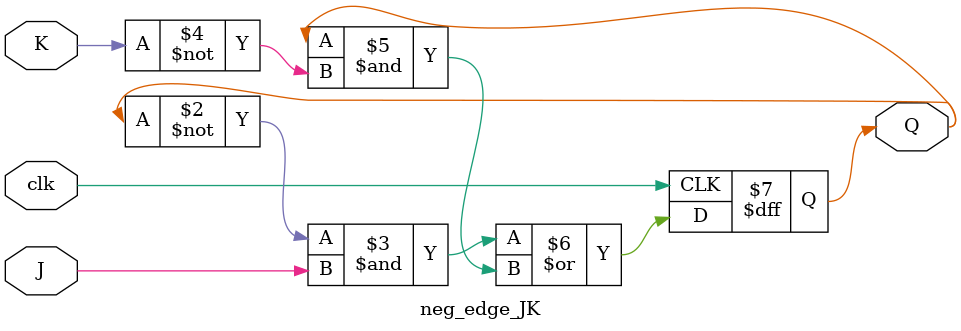
<source format=v>
module four_bit_async_up_counter(Clk,Count);
	input Clk;
	output [3:0]Count;
	neg_edge_JK jk0(Clk,1,1,Count[0]);
	neg_edge_JK jk1(Count[0],1,1,Count[1]);
	neg_edge_JK jk2(Count[1],1,1,Count[2]);
	neg_edge_JK jk3(Count[2],1,1,Count[3]);
endmodule
module neg_edge_JK(clk,J,K,Q);
	input clk,J,K;
	output Q;
	reg Q;
	always@(negedge clk)
		Q = ~Q&J | Q&~K;
endmodule

</source>
